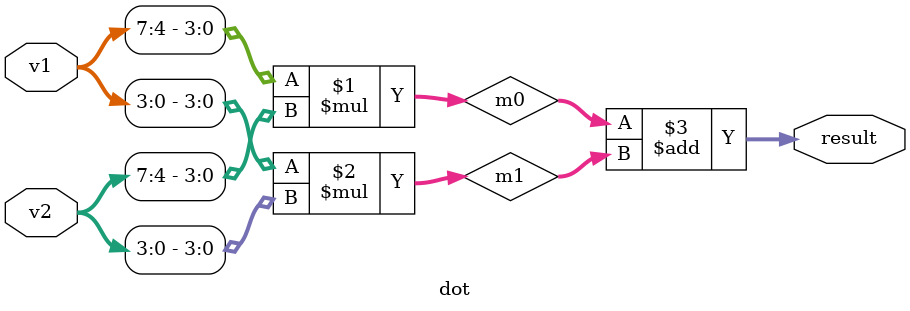
<source format=v>
module dot(input [7:0] v1, input [7:0] v2, output [8:0] result);
    wire [7:0] m0 = v1[7:4] * v2[7:4]; 
    wire [7:0] m1 = v1[3:0] * v2[3:0]; 
    assign result = m0 + m1;
endmodule

</source>
